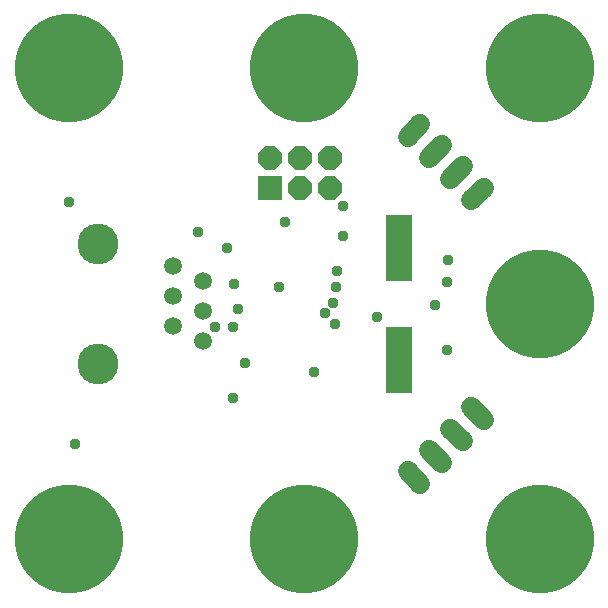
<source format=gbr>
G04 EAGLE Gerber RS-274X export*
G75*
%MOMM*%
%FSLAX34Y34*%
%LPD*%
%INSoldermask Bottom*%
%IPPOS*%
%AMOC8*
5,1,8,0,0,1.08239X$1,22.5*%
G01*
%ADD10R,2.032000X2.032000*%
%ADD11P,2.199416X8X22.500000*%
%ADD12C,9.203200*%
%ADD13C,1.511200*%
%ADD14C,3.453200*%
%ADD15C,1.727200*%
%ADD16R,2.203200X5.703200*%
%ADD17C,0.959600*%


D10*
X-28600Y97900D03*
D11*
X-3200Y97900D03*
X22200Y97900D03*
X22200Y123300D03*
X-3200Y123300D03*
X-28600Y123300D03*
D12*
X-199250Y199250D03*
X-199250Y-199250D03*
X199250Y-199250D03*
X199250Y199250D03*
D13*
X-110940Y-19050D03*
X-110940Y6350D03*
X-85540Y19050D03*
X-85540Y-6350D03*
X-85540Y-31750D03*
X-110940Y31750D03*
D14*
X-174440Y-50800D03*
X-174440Y50800D03*
D15*
X141553Y87671D02*
X152329Y98447D01*
X134368Y116408D02*
X123592Y105632D01*
X105632Y123592D02*
X116408Y134368D01*
X98447Y152329D02*
X87671Y141553D01*
D12*
X0Y-199250D03*
X0Y199250D03*
X199250Y0D03*
D15*
X141553Y-87671D02*
X152329Y-98447D01*
X134368Y-116408D02*
X123592Y-105632D01*
X105632Y-123592D02*
X116408Y-134368D01*
X98447Y-152329D02*
X87671Y-141553D01*
D16*
X80000Y-47500D03*
X80000Y47500D03*
D17*
X28000Y28000D03*
X26424Y-17000D03*
X24682Y1000D03*
X-199500Y86500D03*
X-194000Y-119000D03*
X122000Y37000D03*
X111000Y-1000D03*
X-56000Y-4000D03*
X62000Y-11000D03*
X18000Y-8000D03*
X26576Y14000D03*
X-21000Y14000D03*
X-59073Y16927D03*
X33000Y57600D03*
X-65000Y47000D03*
X33000Y83000D03*
X-89961Y60961D03*
X8000Y-58000D03*
X-75576Y-19500D03*
X120951Y18500D03*
X121250Y-38750D03*
X-16000Y69000D03*
X-60000Y-20000D03*
X-50000Y-50000D03*
X-60000Y-80000D03*
M02*

</source>
